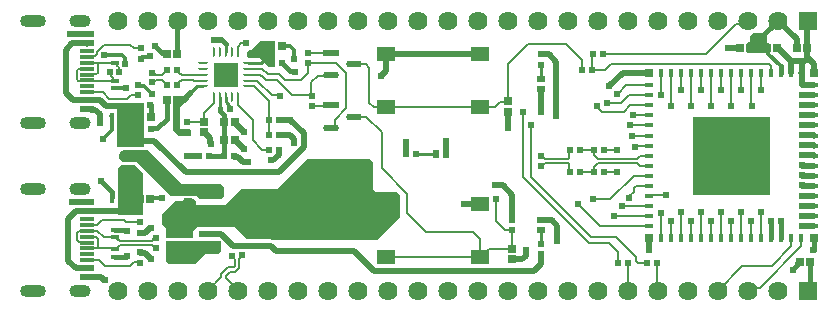
<source format=gtl>
G04*
G04 #@! TF.GenerationSoftware,Altium Limited,Altium Designer,24.9.1 (31)*
G04*
G04 Layer_Physical_Order=1*
G04 Layer_Color=255*
%FSLAX25Y25*%
%MOIN*%
G70*
G04*
G04 #@! TF.SameCoordinates,0C4B9269-15E2-45E3-B218-B4FFBFC8B41E*
G04*
G04*
G04 #@! TF.FilePolarity,Positive*
G04*
G01*
G75*
%ADD14C,0.00600*%
%ADD18R,0.04724X0.04724*%
%ADD19R,0.03150X0.01575*%
%ADD20R,0.01575X0.03150*%
%ADD21R,0.03150X0.03150*%
%ADD22R,0.06102X0.05118*%
G04:AMPARAMS|DCode=23|XSize=53.43mil|YSize=22.53mil|CornerRadius=11.26mil|HoleSize=0mil|Usage=FLASHONLY|Rotation=0.000|XOffset=0mil|YOffset=0mil|HoleType=Round|Shape=RoundedRectangle|*
%AMROUNDEDRECTD23*
21,1,0.05343,0.00000,0,0,0.0*
21,1,0.03091,0.02253,0,0,0.0*
1,1,0.02253,0.01545,0.00000*
1,1,0.02253,-0.01545,0.00000*
1,1,0.02253,-0.01545,0.00000*
1,1,0.02253,0.01545,0.00000*
%
%ADD23ROUNDEDRECTD23*%
%ADD24R,0.05343X0.02253*%
%ADD25R,0.04528X0.02362*%
%ADD26R,0.04528X0.01181*%
%ADD27R,0.00955X0.03306*%
G04:AMPARAMS|DCode=28|XSize=33.06mil|YSize=9.55mil|CornerRadius=4.77mil|HoleSize=0mil|Usage=FLASHONLY|Rotation=270.000|XOffset=0mil|YOffset=0mil|HoleType=Round|Shape=RoundedRectangle|*
%AMROUNDEDRECTD28*
21,1,0.03306,0.00000,0,0,270.0*
21,1,0.02351,0.00955,0,0,270.0*
1,1,0.00955,0.00000,-0.01176*
1,1,0.00955,0.00000,0.01176*
1,1,0.00955,0.00000,0.01176*
1,1,0.00955,0.00000,-0.01176*
%
%ADD28ROUNDEDRECTD28*%
G04:AMPARAMS|DCode=29|XSize=9.55mil|YSize=33.06mil|CornerRadius=4.77mil|HoleSize=0mil|Usage=FLASHONLY|Rotation=270.000|XOffset=0mil|YOffset=0mil|HoleType=Round|Shape=RoundedRectangle|*
%AMROUNDEDRECTD29*
21,1,0.00955,0.02351,0,0,270.0*
21,1,0.00000,0.03306,0,0,270.0*
1,1,0.00955,-0.01176,0.00000*
1,1,0.00955,-0.01176,0.00000*
1,1,0.00955,0.01176,0.00000*
1,1,0.00955,0.01176,0.00000*
%
%ADD29ROUNDEDRECTD29*%
%ADD30R,0.02126X0.02362*%
%ADD31R,0.02362X0.02126*%
G04:AMPARAMS|DCode=32|XSize=23.23mil|YSize=24.02mil|CornerRadius=1.74mil|HoleSize=0mil|Usage=FLASHONLY|Rotation=180.000|XOffset=0mil|YOffset=0mil|HoleType=Round|Shape=RoundedRectangle|*
%AMROUNDEDRECTD32*
21,1,0.02323,0.02053,0,0,180.0*
21,1,0.01974,0.02402,0,0,180.0*
1,1,0.00348,-0.00987,0.01027*
1,1,0.00348,0.00987,0.01027*
1,1,0.00348,0.00987,-0.01027*
1,1,0.00348,-0.00987,-0.01027*
%
%ADD32ROUNDEDRECTD32*%
G04:AMPARAMS|DCode=33|XSize=23.23mil|YSize=24.02mil|CornerRadius=1.74mil|HoleSize=0mil|Usage=FLASHONLY|Rotation=90.000|XOffset=0mil|YOffset=0mil|HoleType=Round|Shape=RoundedRectangle|*
%AMROUNDEDRECTD33*
21,1,0.02323,0.02053,0,0,90.0*
21,1,0.01974,0.02402,0,0,90.0*
1,1,0.00348,0.01027,0.00987*
1,1,0.00348,0.01027,-0.00987*
1,1,0.00348,-0.01027,-0.00987*
1,1,0.00348,-0.01027,0.00987*
%
%ADD33ROUNDEDRECTD33*%
G04:AMPARAMS|DCode=34|XSize=25.2mil|YSize=28.35mil|CornerRadius=3.15mil|HoleSize=0mil|Usage=FLASHONLY|Rotation=180.000|XOffset=0mil|YOffset=0mil|HoleType=Round|Shape=RoundedRectangle|*
%AMROUNDEDRECTD34*
21,1,0.02520,0.02205,0,0,180.0*
21,1,0.01890,0.02835,0,0,180.0*
1,1,0.00630,-0.00945,0.01102*
1,1,0.00630,0.00945,0.01102*
1,1,0.00630,0.00945,-0.01102*
1,1,0.00630,-0.00945,-0.01102*
%
%ADD34ROUNDEDRECTD34*%
G04:AMPARAMS|DCode=35|XSize=25.2mil|YSize=28.35mil|CornerRadius=3.15mil|HoleSize=0mil|Usage=FLASHONLY|Rotation=90.000|XOffset=0mil|YOffset=0mil|HoleType=Round|Shape=RoundedRectangle|*
%AMROUNDEDRECTD35*
21,1,0.02520,0.02205,0,0,90.0*
21,1,0.01890,0.02835,0,0,90.0*
1,1,0.00630,0.01102,0.00945*
1,1,0.00630,0.01102,-0.00945*
1,1,0.00630,-0.01102,-0.00945*
1,1,0.00630,-0.01102,0.00945*
%
%ADD35ROUNDEDRECTD35*%
G04:AMPARAMS|DCode=36|XSize=125.98mil|YSize=68.9mil|CornerRadius=2.07mil|HoleSize=0mil|Usage=FLASHONLY|Rotation=90.000|XOffset=0mil|YOffset=0mil|HoleType=Round|Shape=RoundedRectangle|*
%AMROUNDEDRECTD36*
21,1,0.12598,0.06476,0,0,90.0*
21,1,0.12185,0.06890,0,0,90.0*
1,1,0.00413,0.03238,0.06093*
1,1,0.00413,0.03238,-0.06093*
1,1,0.00413,-0.03238,-0.06093*
1,1,0.00413,-0.03238,0.06093*
%
%ADD36ROUNDEDRECTD36*%
G04:AMPARAMS|DCode=37|XSize=35.43mil|YSize=68.9mil|CornerRadius=1.95mil|HoleSize=0mil|Usage=FLASHONLY|Rotation=90.000|XOffset=0mil|YOffset=0mil|HoleType=Round|Shape=RoundedRectangle|*
%AMROUNDEDRECTD37*
21,1,0.03543,0.06500,0,0,90.0*
21,1,0.03154,0.06890,0,0,90.0*
1,1,0.00390,0.03250,0.01577*
1,1,0.00390,0.03250,-0.01577*
1,1,0.00390,-0.03250,-0.01577*
1,1,0.00390,-0.03250,0.01577*
%
%ADD37ROUNDEDRECTD37*%
%ADD38R,0.01378X0.02559*%
%ADD39R,0.02559X0.01378*%
%ADD44R,0.08071X0.08071*%
G04:AMPARAMS|DCode=55|XSize=39.37mil|YSize=86.61mil|CornerRadius=19.68mil|HoleSize=0mil|Usage=FLASHONLY|Rotation=270.000|XOffset=0mil|YOffset=0mil|HoleType=Round|Shape=RoundedRectangle|*
%AMROUNDEDRECTD55*
21,1,0.03937,0.04724,0,0,270.0*
21,1,0.00000,0.08661,0,0,270.0*
1,1,0.03937,-0.02362,0.00000*
1,1,0.03937,-0.02362,0.00000*
1,1,0.03937,0.02362,0.00000*
1,1,0.03937,0.02362,0.00000*
%
%ADD55ROUNDEDRECTD55*%
G04:AMPARAMS|DCode=56|XSize=39.37mil|YSize=70.87mil|CornerRadius=19.68mil|HoleSize=0mil|Usage=FLASHONLY|Rotation=270.000|XOffset=0mil|YOffset=0mil|HoleType=Round|Shape=RoundedRectangle|*
%AMROUNDEDRECTD56*
21,1,0.03937,0.03150,0,0,270.0*
21,1,0.00000,0.07087,0,0,270.0*
1,1,0.03937,-0.01575,0.00000*
1,1,0.03937,-0.01575,0.00000*
1,1,0.03937,0.01575,0.00000*
1,1,0.03937,0.01575,0.00000*
%
%ADD56ROUNDEDRECTD56*%
%ADD61R,0.01575X0.01575*%
%ADD62C,0.02000*%
%ADD63C,0.01500*%
%ADD64C,0.00603*%
%ADD65C,0.01010*%
%ADD66C,0.01200*%
%ADD67C,0.01001*%
%ADD68R,0.06400X0.06400*%
%ADD69C,0.06400*%
%ADD70R,0.04000X0.04000*%
%ADD71C,0.04000*%
%ADD72C,0.02400*%
G36*
X251400Y90000D02*
Y87800D01*
X251600Y87600D01*
X252065D01*
X252475Y87100D01*
X252459Y87020D01*
Y84815D01*
X252502Y84602D01*
X252100Y84200D01*
X245000D01*
X244512Y84688D01*
X244553Y84898D01*
Y87102D01*
X244512Y87312D01*
X245000Y87800D01*
X245500Y87800D01*
X245800Y88100D01*
X245800Y88176D01*
X245800Y89900D01*
X246800Y90900D01*
X250500D01*
X251400Y90000D01*
D02*
G37*
G36*
X87408Y79700D02*
X85400D01*
X82500Y82600D01*
X78900Y82600D01*
X78208Y82932D01*
Y84600D01*
X78708Y85100D01*
X79308D01*
X82308Y88100D01*
X86208D01*
X86308Y88200D01*
X87408D01*
Y79700D01*
D02*
G37*
G36*
X60000Y71100D02*
Y70400D01*
X57000Y67400D01*
X55900Y66300D01*
X55900Y59200D01*
X56100Y59000D01*
X59200D01*
X59500Y58700D01*
Y57000D01*
X59000Y56500D01*
X55400D01*
X53500Y58400D01*
Y67130D01*
X53553Y67398D01*
Y69602D01*
X54004Y69900D01*
X56700D01*
X58600Y71800D01*
X59300Y71800D01*
X60000Y71100D01*
D02*
G37*
G36*
X43700Y67438D02*
Y66562D01*
Y64208D01*
X43679Y64102D01*
Y61898D01*
X43700Y61792D01*
Y53020D01*
X36600Y53020D01*
X36502Y53000D01*
X34700D01*
Y67500D01*
X43700D01*
Y67438D01*
D02*
G37*
G36*
X252300Y37000D02*
X226700D01*
Y63000D01*
X252300D01*
Y37000D01*
D02*
G37*
G36*
X44800Y52000D02*
X56300Y40500D01*
X62300Y40500D01*
X62600Y40500D01*
X69300D01*
X70300Y39500D01*
Y36500D01*
X69300Y35500D01*
X62500D01*
X61300Y36700D01*
X59775D01*
X59669Y36721D01*
X57464D01*
X57358Y36700D01*
X52700D01*
X41400Y48000D01*
X36500D01*
X35300Y49200D01*
Y50700D01*
X36600Y52000D01*
X44800Y52000D01*
D02*
G37*
G36*
X120000Y48000D02*
Y39000D01*
X121000Y38000D01*
X128000D01*
X129000Y37000D01*
Y29600D01*
X121400Y22000D01*
X86197Y22000D01*
X86000Y22039D01*
X77961D01*
X73700Y26300D01*
X61300Y26300D01*
X60000Y25000D01*
Y22902D01*
X59602Y22553D01*
X57398D01*
X57179Y22510D01*
X57130Y22520D01*
X53870D01*
X53821Y22510D01*
X53602Y22553D01*
X51398D01*
X51000Y22969D01*
Y26000D01*
X49700Y27300D01*
Y30700D01*
X54000Y35000D01*
X56600D01*
X57256Y35656D01*
X57464Y35614D01*
X59669D01*
X60000Y35680D01*
X60320D01*
X61000Y35000D01*
Y33700D01*
X70700D01*
X76000Y39000D01*
X88000D01*
X96000Y47000D01*
X98000Y49000D01*
X119000D01*
X120000Y48000D01*
D02*
G37*
G36*
X36402Y47000D02*
X36500Y46980D01*
X40620D01*
X43500Y44100D01*
Y37070D01*
X43447Y36802D01*
Y34598D01*
X43500Y34330D01*
Y30100D01*
X35000D01*
Y45900D01*
X36100Y47000D01*
X36402D01*
D02*
G37*
G36*
X69300Y21389D02*
Y18100D01*
X68300Y17100D01*
X64100Y17100D01*
X60800Y13800D01*
X52200D01*
X51000Y15000D01*
Y21031D01*
X51398Y21447D01*
X53602D01*
X53870Y21500D01*
X57130D01*
X57398Y21447D01*
X59602D01*
X59870Y21500D01*
X69189D01*
X69300Y21389D01*
D02*
G37*
D14*
X166500Y25049D02*
X166550D01*
X164245D02*
X166500D01*
Y19300D02*
Y25049D01*
X123000Y45800D02*
X131434Y37366D01*
Y30966D02*
Y37366D01*
Y30966D02*
X137930Y24470D01*
X153530D01*
X123000Y45800D02*
Y57800D01*
X134700Y16142D02*
X155650D01*
X153530Y24470D02*
X155650Y22350D01*
Y16142D02*
Y22350D01*
X193589Y35500D02*
X199200D01*
X207007Y43307D01*
X200400Y29800D02*
X200461Y29861D01*
X211884D01*
X211945Y29921D01*
X207764Y14965D02*
Y16236D01*
X192928Y22900D02*
X201100D01*
X207764Y16236D01*
X198900Y20900D02*
X201799Y18001D01*
Y14300D02*
Y18001D01*
X192100Y20900D02*
X198900D01*
X172900Y42928D02*
Y60200D01*
Y42928D02*
X192928Y22900D01*
X199434Y80634D02*
X252042D01*
X197349Y78549D02*
X199434Y80634D01*
X231000Y84000D02*
X240967Y93967D01*
X196701Y84000D02*
X231000D01*
X158832Y18832D02*
X166300D01*
X156142Y16142D02*
X158832Y18832D01*
X63600Y64100D02*
X65400Y65900D01*
X63600Y61332D02*
Y64100D01*
X101700Y76700D02*
X105998D01*
X99550Y74550D02*
X101700Y76700D01*
X99550Y70050D02*
Y74550D01*
X105998Y76700D02*
X106158Y76860D01*
X99550Y70050D02*
X99600Y70001D01*
Y70001D02*
Y70001D01*
X256118Y22559D02*
X256236Y22441D01*
X117800Y63000D02*
X123000Y57800D01*
X124350Y16142D02*
X134700D01*
X113742Y63000D02*
X117800D01*
X85299Y62000D02*
Y68301D01*
X78541Y73063D02*
X80537D01*
X85299Y68301D01*
X240967Y93967D02*
X243967D01*
X252042Y80634D02*
X252761Y79914D01*
Y77687D02*
Y79914D01*
Y77687D02*
X252890Y77559D01*
X243967Y93967D02*
X245000Y95000D01*
X24764Y26929D02*
X28129D01*
X29601Y28401D01*
X24764Y15118D02*
X28782D01*
X78541Y78969D02*
X83251D01*
X82392Y77000D02*
X83300Y76091D01*
X78541Y75032D02*
X81468D01*
X78541Y77000D02*
X82392D01*
X76091Y87491D02*
X77891D01*
X74937Y86337D02*
X76091Y87491D01*
X74937Y85694D02*
Y86337D01*
Y66963D02*
Y69459D01*
X67063Y67563D02*
Y69459D01*
X65400Y65900D02*
X67063Y67563D01*
X24764Y71102D02*
X29963D01*
X28128Y83836D02*
Y84628D01*
X30500Y87000D01*
X24854Y83004D02*
X26926D01*
X24764Y82913D02*
X24854Y83004D01*
X27483Y83191D02*
X28128Y83836D01*
X27113Y83191D02*
X27483D01*
X26926Y83004D02*
X27113Y83191D01*
X203100Y33200D02*
X203134Y33234D01*
X170200Y42800D02*
Y64500D01*
Y42800D02*
X192100Y20900D01*
X160993Y28301D02*
Y35578D01*
Y28301D02*
X164245Y25049D01*
X98286Y77496D02*
Y81385D01*
X90755Y75200D02*
X95990D01*
X98286Y77496D01*
X83251Y78969D02*
X85120Y77100D01*
X88855D02*
X90755Y75200D01*
X85120Y77100D02*
X88855D01*
X93027Y70100D02*
X99501D01*
X84291Y75100D02*
X88027D01*
X93027Y70100D01*
X107665Y80935D02*
X111227Y77373D01*
X98365Y80935D02*
X107665D01*
X98369Y84340D02*
X106158D01*
X40299Y85701D02*
X42800D01*
X39000Y87000D02*
X40299Y85701D01*
X30500Y87000D02*
X39000D01*
X32065Y69000D02*
X38218D01*
X39418Y70199D01*
X41800D01*
X29963Y71102D02*
X32065Y69000D01*
X207500Y53000D02*
X207673Y53173D01*
X211772D02*
X211945Y53347D01*
X207673Y53173D02*
X211772D01*
X207053Y37932D02*
Y39254D01*
X205500Y36000D02*
Y36379D01*
X207053Y39254D02*
X207761Y39961D01*
X205500Y36379D02*
X207053Y37932D01*
X41906Y14405D02*
X42200Y14699D01*
X39100Y13100D02*
X40405Y14405D01*
X32100Y13100D02*
X39100D01*
X40405Y14405D02*
X41906D01*
X111227Y65744D02*
Y77373D01*
X107369Y59838D02*
Y61886D01*
X111227Y65744D01*
X106258Y59260D02*
X106790D01*
X107369Y59838D01*
X77891Y87491D02*
X77900Y87500D01*
X81468Y75032D02*
X86300Y70200D01*
X88800D01*
X89000Y70000D01*
X85299Y57000D02*
Y62000D01*
X205000Y5000D02*
X205201Y5201D01*
Y14300D01*
X242847Y22438D02*
Y31294D01*
X246197Y22441D02*
Y28077D01*
X214701Y5299D02*
X215000Y5000D01*
X214701Y5299D02*
Y14000D01*
X208528Y14200D02*
X211499D01*
X207764Y14965D02*
X208528Y14200D01*
X83200Y52000D02*
X85299D01*
X74937Y66963D02*
X76400Y65500D01*
X80100Y55100D02*
Y61800D01*
Y55100D02*
X83200Y52000D01*
X76400Y65500D02*
X80100Y61800D01*
X99201Y66500D02*
Y66701D01*
X106138Y66620D02*
X106258Y66740D01*
X99764Y66620D02*
X106138D01*
X99201Y66701D02*
X99500Y67000D01*
Y66884D02*
X99764Y66620D01*
X99500Y66884D02*
Y67000D01*
X28782Y15118D02*
X30800Y13100D01*
X32100D01*
X37699Y27701D02*
X42500D01*
X36999Y28401D02*
X37699Y27701D01*
X29601Y28401D02*
X36999D01*
X58100Y61301D02*
X58116Y61317D01*
X63584D01*
X63600Y61332D01*
X118900Y67600D02*
X120358Y66142D01*
X155650D01*
X118900Y67600D02*
Y79300D01*
X184400Y87100D02*
X189799Y81701D01*
Y78500D02*
Y81701D01*
X165200Y80700D02*
X171600Y87100D01*
X165200Y68132D02*
Y80700D01*
X171600Y87100D02*
X184400D01*
X164893Y67826D02*
X165200Y68132D01*
X155650Y66142D02*
X160599D01*
X162283Y67826D01*
X164893D01*
X113642Y80600D02*
Y80742D01*
X113800Y80900D01*
X114314Y80386D02*
X117814D01*
X118900Y79300D01*
X113800Y80900D02*
X114314Y80386D01*
X188500Y33800D02*
Y33900D01*
Y33800D02*
X195725Y26575D01*
X211945D01*
X212088Y36757D02*
X217557D01*
X211945Y36614D02*
X212088Y36757D01*
X217557D02*
X217700Y36900D01*
X259583Y19778D02*
Y22441D01*
X243200Y13200D02*
X253005D01*
X259583Y19778D01*
X235000Y5000D02*
X243200Y13200D01*
X249540Y22438D02*
Y31294D01*
X239504Y22441D02*
Y28077D01*
X236154Y31294D02*
Y32000D01*
Y22438D02*
Y31294D01*
X232811Y22441D02*
Y28077D01*
X229461Y22438D02*
Y31294D01*
X226118Y22441D02*
Y28077D01*
X222768Y22438D02*
Y31294D01*
X219425Y22441D02*
Y28077D01*
X216076Y22438D02*
Y30924D01*
X216000Y31000D02*
X216076Y30924D01*
X203134Y33234D02*
X211098D01*
X211132Y33268D01*
X207761Y39961D02*
X211945D01*
X207007Y43307D02*
X211945D01*
X206504Y56696D02*
X211941D01*
X206500Y56700D02*
X206504Y56696D01*
X211941D02*
X211945Y56693D01*
X205600Y60200D02*
X205730Y60070D01*
X211915D01*
X211945Y60039D01*
X206900Y63400D02*
X206907Y63393D01*
X211938D01*
X211945Y63386D01*
X194600Y66321D02*
X196321Y64600D01*
X203700D01*
X205832Y66732D01*
X194600Y66321D02*
Y66700D01*
X211032Y66732D02*
X211100Y66800D01*
X211877D01*
X211945Y66732D01*
X205832D02*
X211032D01*
X205379Y70079D02*
X211945D01*
X198200Y67600D02*
X202900D01*
X205379Y70079D01*
X204525Y73425D02*
X211945D01*
X201439Y70632D02*
X201732D01*
X204525Y73425D01*
X216079Y77559D02*
X216139Y77498D01*
Y70161D02*
X216200Y70100D01*
X216139Y70161D02*
Y77498D01*
X219463Y66537D02*
Y77522D01*
Y66537D02*
X219500Y66500D01*
X219428Y77556D02*
X219463Y77522D01*
X222772Y71917D02*
Y77553D01*
X226121Y77556D02*
X226155Y77522D01*
Y66537D02*
Y77522D01*
Y66537D02*
X226193Y66500D01*
X229465Y71917D02*
Y77559D01*
X232848Y66537D02*
X232886Y66500D01*
X232848Y66537D02*
Y77522D01*
X232811Y77559D02*
X232848Y77522D01*
X236157Y71917D02*
Y77559D01*
X239541Y66537D02*
X239579Y66500D01*
X239541Y66537D02*
Y77522D01*
X239504Y77559D02*
X239541Y77522D01*
X242850Y71917D02*
Y77559D01*
X246197D02*
X246234Y77522D01*
Y66537D02*
Y77522D01*
Y66537D02*
X246272Y66500D01*
X249543Y71917D02*
Y77559D01*
X193299Y84000D02*
X193500D01*
X193250Y78549D02*
Y83750D01*
X193201Y78500D02*
X193250Y78549D01*
X197349D01*
X193250Y83750D02*
X193500Y84000D01*
X267024Y26614D02*
X267060Y26578D01*
X263000Y26654D02*
X263039Y26614D01*
X83300Y76091D02*
X84291Y75100D01*
X262929Y19829D02*
Y22441D01*
X249133Y6033D02*
X262929Y19829D01*
X246033Y6033D02*
X249133D01*
X245000Y5000D02*
X246033Y6033D01*
X70568Y55300D02*
X70600D01*
X70399Y49800D02*
X70400D01*
X70483Y49883D01*
Y55216D02*
X70568Y55300D01*
D18*
X246000Y50000D02*
D03*
Y43504D02*
D03*
X239504D02*
D03*
X233008D02*
D03*
Y50000D02*
D03*
Y56496D02*
D03*
X239504D02*
D03*
Y50000D02*
D03*
D19*
X267063Y73425D02*
D03*
Y70079D02*
D03*
Y66732D02*
D03*
Y63386D02*
D03*
Y60039D02*
D03*
Y56693D02*
D03*
Y53347D02*
D03*
Y50000D02*
D03*
Y46654D02*
D03*
Y43307D02*
D03*
Y39961D02*
D03*
Y36614D02*
D03*
Y33268D02*
D03*
Y29921D02*
D03*
Y26575D02*
D03*
X211945D02*
D03*
Y29921D02*
D03*
Y33268D02*
D03*
Y36614D02*
D03*
Y39961D02*
D03*
Y43307D02*
D03*
Y46654D02*
D03*
Y50000D02*
D03*
Y53347D02*
D03*
Y56693D02*
D03*
Y60039D02*
D03*
Y63386D02*
D03*
Y66732D02*
D03*
Y70079D02*
D03*
Y73425D02*
D03*
D20*
X262929Y22441D02*
D03*
X259583D02*
D03*
X256236D02*
D03*
X252890D02*
D03*
X249543D02*
D03*
X246197D02*
D03*
X242850D02*
D03*
X239504D02*
D03*
X236157D02*
D03*
X232811D02*
D03*
X229465D02*
D03*
X226118D02*
D03*
X222772D02*
D03*
X219425D02*
D03*
X216079D02*
D03*
Y77559D02*
D03*
X219425D02*
D03*
X222772D02*
D03*
X226118D02*
D03*
X229465D02*
D03*
X232811D02*
D03*
X236157D02*
D03*
X239504D02*
D03*
X242850D02*
D03*
X246197D02*
D03*
X249543D02*
D03*
X252890D02*
D03*
X256236D02*
D03*
X259583D02*
D03*
X262929D02*
D03*
D21*
X211945Y22441D02*
D03*
X267063D02*
D03*
X211945Y77559D02*
D03*
X267063D02*
D03*
D22*
X124350Y83858D02*
D03*
X155650D02*
D03*
X124350Y66142D02*
D03*
X155650D02*
D03*
X124350Y33858D02*
D03*
X155650D02*
D03*
X124350Y16142D02*
D03*
X155650D02*
D03*
D23*
X113742Y63000D02*
D03*
X106258Y59260D02*
D03*
X113642Y80600D02*
D03*
X106158Y76860D02*
D03*
D24*
X106258Y66740D02*
D03*
X106158Y84340D02*
D03*
D25*
X24764Y65394D02*
D03*
Y90591D02*
D03*
Y87441D02*
D03*
Y68543D02*
D03*
Y9409D02*
D03*
Y34606D02*
D03*
Y31457D02*
D03*
Y12559D02*
D03*
D26*
Y71102D02*
D03*
Y73071D02*
D03*
Y75039D02*
D03*
Y77008D02*
D03*
Y78976D02*
D03*
Y80945D02*
D03*
Y82913D02*
D03*
Y84882D02*
D03*
Y15118D02*
D03*
Y17087D02*
D03*
Y19055D02*
D03*
Y21024D02*
D03*
Y22992D02*
D03*
Y24961D02*
D03*
Y26929D02*
D03*
Y28898D02*
D03*
D27*
X74937Y84541D02*
D03*
D28*
X72969D02*
D03*
X71000D02*
D03*
X69032D02*
D03*
X67063D02*
D03*
Y69459D02*
D03*
X69032D02*
D03*
X71000D02*
D03*
X72969D02*
D03*
X74937D02*
D03*
D29*
X63459Y80937D02*
D03*
Y78969D02*
D03*
Y77000D02*
D03*
Y75032D02*
D03*
Y73063D02*
D03*
X78541D02*
D03*
Y75032D02*
D03*
Y77000D02*
D03*
Y78969D02*
D03*
Y80937D02*
D03*
D30*
X62099Y49800D02*
D03*
X65501D02*
D03*
X73801D02*
D03*
X70399D02*
D03*
X89663Y80972D02*
D03*
X86261D02*
D03*
X196701Y84000D02*
D03*
X193299D02*
D03*
X51299Y73500D02*
D03*
X54701D02*
D03*
X51299Y78500D02*
D03*
X54701D02*
D03*
X189799D02*
D03*
X193201D02*
D03*
X211499Y14200D02*
D03*
X214901D02*
D03*
X201799Y14300D02*
D03*
X205201D02*
D03*
X85299Y52000D02*
D03*
X88701D02*
D03*
X85299Y62000D02*
D03*
X88701D02*
D03*
Y57000D02*
D03*
X85299D02*
D03*
X193799Y52000D02*
D03*
X197201D02*
D03*
X193799Y44500D02*
D03*
X197201D02*
D03*
X189201Y52000D02*
D03*
X185799D02*
D03*
X189201Y44500D02*
D03*
X185799D02*
D03*
X134416Y50400D02*
D03*
X131015D02*
D03*
D31*
X166550Y25049D02*
D03*
Y28451D02*
D03*
X58100Y57899D02*
D03*
Y61301D02*
D03*
X176000Y80299D02*
D03*
Y83701D02*
D03*
Y20501D02*
D03*
Y17099D02*
D03*
X41800Y70199D02*
D03*
Y73601D02*
D03*
X42800Y85701D02*
D03*
Y82299D02*
D03*
X99600Y70001D02*
D03*
Y66599D02*
D03*
X42500Y14299D02*
D03*
Y17701D02*
D03*
Y27701D02*
D03*
Y24299D02*
D03*
X98365Y80935D02*
D03*
Y84336D02*
D03*
D32*
X144449Y50400D02*
D03*
X141182D02*
D03*
D33*
X176000Y75634D02*
D03*
Y72366D02*
D03*
Y28434D02*
D03*
Y25166D02*
D03*
D34*
X251280Y85917D02*
D03*
X254745D02*
D03*
X245732Y86000D02*
D03*
X242268D02*
D03*
X70568Y61100D02*
D03*
X74032D02*
D03*
X70568Y55300D02*
D03*
X74032D02*
D03*
X54732Y68500D02*
D03*
X51268D02*
D03*
X86230Y86472D02*
D03*
X89694D02*
D03*
X42500Y63000D02*
D03*
X45965D02*
D03*
X42268Y35700D02*
D03*
X45732D02*
D03*
X261268Y86000D02*
D03*
X264732D02*
D03*
X265832Y14500D02*
D03*
X262368D02*
D03*
X54732Y84000D02*
D03*
X51268D02*
D03*
D35*
X63600Y61332D02*
D03*
Y57868D02*
D03*
X166300Y18832D02*
D03*
Y15368D02*
D03*
X165200Y64668D02*
D03*
Y68132D02*
D03*
X58566Y37900D02*
D03*
Y34435D02*
D03*
X58500Y20268D02*
D03*
Y23732D02*
D03*
X52500Y20268D02*
D03*
Y23732D02*
D03*
D36*
X90303Y29000D02*
D03*
D37*
X65697Y19945D02*
D03*
Y29000D02*
D03*
Y38055D02*
D03*
D38*
X32953Y62900D02*
D03*
X35512D02*
D03*
X33161Y35700D02*
D03*
X35720D02*
D03*
D39*
X34050Y83466D02*
D03*
Y80907D02*
D03*
X34184Y72430D02*
D03*
Y74989D02*
D03*
X34000Y25280D02*
D03*
Y22720D02*
D03*
Y16220D02*
D03*
Y18779D02*
D03*
D44*
X71000Y77000D02*
D03*
D55*
X6752Y95000D02*
D03*
Y60984D02*
D03*
Y39016D02*
D03*
Y5000D02*
D03*
D56*
X22500Y95000D02*
D03*
Y60984D02*
D03*
Y39016D02*
D03*
Y5000D02*
D03*
D61*
X246000Y56496D02*
D03*
D62*
X62099Y49800D02*
Y49861D01*
X58077Y49924D02*
X62036D01*
X58000Y50000D02*
X58077Y49924D01*
X62036D02*
X62099Y49861D01*
X74292Y54883D02*
X74417D01*
X77200Y52100D01*
X74032Y55142D02*
Y55268D01*
Y55142D02*
X74292Y54883D01*
Y60683D02*
X74417D01*
X74032Y60943D02*
X74292Y60683D01*
X74417D02*
X77100Y58000D01*
X74032Y60943D02*
Y61068D01*
X131000Y54600D02*
X131007Y54593D01*
Y50407D02*
Y54593D01*
Y50407D02*
X131015Y50400D01*
X113753Y18300D02*
X120471Y11583D01*
X24764Y31457D02*
X30000D01*
X37157D01*
X120471Y11583D02*
X173683D01*
X86000Y20000D02*
X87700Y18300D01*
X113753D01*
X73572Y20000D02*
X86000D01*
X69573Y24000D02*
X73572Y20000D01*
X63108Y24000D02*
X69573D01*
X238500Y86000D02*
X242268D01*
X264732Y94732D02*
X265000Y95000D01*
X264732Y82248D02*
Y94732D01*
X261266Y86001D02*
X261268Y86000D01*
X255000Y95000D02*
X261266Y88734D01*
Y86001D02*
Y88734D01*
X262268Y14343D02*
Y14500D01*
X30000Y8992D02*
X30592Y8400D01*
X259541Y81500D02*
X262965D01*
X29582Y9409D02*
X30000Y8992D01*
X262965Y81500D02*
X263984D01*
X57600Y44401D02*
X88626D01*
X47000Y55000D02*
X57600Y44401D01*
X19896Y34606D02*
X24764D01*
X30592Y8400D02*
X30700D01*
X24764Y9409D02*
X29582D01*
X73801Y49682D02*
X73864Y49619D01*
X76798Y47976D02*
X78424D01*
X73801Y49682D02*
Y49800D01*
X73864Y49619D02*
X75156D01*
X76798Y47976D01*
X78424D02*
X78500Y47900D01*
X124209Y34000D02*
X124350Y33858D01*
X118000Y34000D02*
X124209D01*
X88626Y44401D02*
X97000Y52775D01*
Y57400D01*
X38400Y32700D02*
Y35700D01*
X37157Y31457D02*
X38400Y32700D01*
X37500Y40500D02*
X38400Y39600D01*
Y35700D02*
Y39600D01*
X37500Y40500D02*
Y45000D01*
X255500Y85500D02*
X259521Y81479D01*
X254944Y85560D02*
X255005Y85500D01*
X254944Y85560D02*
Y85718D01*
X255005Y85500D02*
X255500D01*
X21116Y31416D02*
X24724D01*
X18500Y28800D02*
X21116Y31416D01*
X18500Y15018D02*
Y28800D01*
X20959Y12559D02*
X24764D01*
X18500Y15018D02*
X20959Y12559D01*
X24724Y31416D02*
X24764Y31457D01*
X31000Y66500D02*
X32000D01*
X26028Y65213D02*
X27495D01*
X24764Y65394D02*
X25846D01*
X28957Y68543D02*
X31000Y66500D01*
X25846Y65394D02*
X26028Y65213D01*
X19794Y87441D02*
X24764D01*
X19133Y90554D02*
X24929D01*
X19096Y90517D02*
X19133Y90554D01*
X24700Y87300D02*
Y87377D01*
X24764Y87441D01*
X24892Y90591D02*
X24929Y90554D01*
X27495Y65213D02*
X29000Y63708D01*
Y61000D02*
Y63708D01*
X17651Y85299D02*
X19794Y87441D01*
X17651Y71014D02*
X20122Y68543D01*
X28957D01*
X17651Y71014D02*
Y85299D01*
X58550Y28950D02*
X65647D01*
X65697Y29000D01*
X58500Y20008D02*
X58598Y20106D01*
X58500Y15500D02*
Y20008D01*
X52500Y15500D02*
X58500D01*
X52500D02*
Y20268D01*
X90303Y31555D02*
X92748Y34000D01*
X90303Y29000D02*
Y31555D01*
X92748Y34000D02*
X98000D01*
X144449Y50400D02*
X144475Y50425D01*
Y54975D01*
X144500Y55000D01*
X160600Y40200D02*
X160677Y40124D01*
X163302D02*
X166550Y36876D01*
X160677Y40124D02*
X163302D01*
X171124Y16563D02*
Y18523D01*
X169928Y15368D02*
X171124Y16563D01*
Y18523D02*
X171200Y18600D01*
X166300Y15368D02*
X169928D01*
X176000Y13900D02*
Y17099D01*
X173683Y11583D02*
X176000Y13900D01*
Y28434D02*
X179666D01*
X181400Y26700D01*
Y21708D02*
Y26700D01*
X178699Y83701D02*
X181200Y81200D01*
X176000Y83701D02*
X178699D01*
X181200Y63300D02*
Y81200D01*
X176000Y64500D02*
Y72366D01*
X150429Y33829D02*
X155621D01*
X150400Y33800D02*
X150429Y33829D01*
X155621D02*
X155650Y33858D01*
X166550Y28451D02*
Y36876D01*
X43000Y50000D02*
X55100Y37900D01*
X58566D02*
X65542D01*
X55100D02*
X58566D01*
X37500Y50000D02*
X43000D01*
X37500Y55000D02*
X47000D01*
X32000Y66500D02*
X37623D01*
X38794Y62950D02*
Y65328D01*
X37623Y66500D02*
X38794Y65328D01*
X35954Y62950D02*
X38474D01*
X38794Y60294D02*
Y62950D01*
X37500Y59000D02*
X38794Y60294D01*
X37500Y55000D02*
Y59000D01*
X38794Y62950D02*
X42450D01*
X42500Y63000D01*
X58566Y29175D02*
Y34435D01*
X58400Y28900D02*
Y29008D01*
X58566Y29175D01*
X259521Y81479D02*
X259541Y81500D01*
X262965Y77524D02*
Y80914D01*
X259541Y77559D02*
Y81459D01*
X165200Y64600D02*
X165268Y64668D01*
X58500Y29000D02*
X58550Y28950D01*
X42319Y24362D02*
X44254D01*
X65542Y37900D02*
X65697Y38055D01*
X92400Y62000D02*
X97000Y57400D01*
X88638Y50266D02*
Y51937D01*
X86177Y48476D02*
X86848D01*
X88638Y51937D02*
X88701Y52000D01*
X86848Y48476D02*
X88638Y50266D01*
X86100Y48400D02*
X86177Y48476D01*
X65924Y54076D02*
Y55702D01*
X63600Y57868D02*
X63757D01*
X65924Y55702D01*
Y54076D02*
X66000Y54000D01*
X264992Y82508D02*
X267000Y80500D01*
Y77622D02*
X267063Y77559D01*
X267000Y77622D02*
Y80500D01*
X267024Y70118D02*
X267060Y70082D01*
X267024Y73465D02*
X267060Y73428D01*
X267024Y66772D02*
X267060Y66735D01*
X263984Y81500D02*
X264992Y82508D01*
X263039Y73465D02*
X267024D01*
X262965Y73539D02*
Y77524D01*
Y73539D02*
X263039Y73465D01*
Y70118D02*
X267024D01*
X263039Y66772D02*
X267024D01*
X263000Y70157D02*
X263039Y70118D01*
X263000Y66811D02*
X263039Y66772D01*
X267024Y60079D02*
X267060Y60043D01*
X267024Y63425D02*
X267060Y63389D01*
X267024Y56732D02*
X267060Y56696D01*
X267024Y50039D02*
X267060Y50003D01*
X267024Y53386D02*
X267060Y53350D01*
X263039Y53386D02*
X267024D01*
X263039Y50039D02*
X267024D01*
X263039Y63425D02*
X267024D01*
X263039Y60079D02*
X267024D01*
X263000Y63465D02*
X263039Y63425D01*
X263000Y60118D02*
X263039Y60079D01*
Y56732D02*
X267024D01*
X263000Y53425D02*
X263039Y53386D01*
X263000Y56772D02*
X263039Y56732D01*
X263000Y50079D02*
X263039Y50039D01*
X262929Y77559D02*
X262965Y77524D01*
X155650Y83858D02*
X155758D01*
X198900Y73100D02*
X203359Y77559D01*
X211945D01*
X155758Y83858D02*
X155800Y83900D01*
X246000Y56496D02*
X251004D01*
X239504D02*
Y61500D01*
X228000Y56500D02*
X228004Y56496D01*
X233008D01*
X246000Y50000D02*
X251004D01*
X165268Y64668D02*
X165300Y64700D01*
X165200Y64668D02*
X165268D01*
X165200Y59200D02*
Y64600D01*
X267024Y40000D02*
X267060Y39964D01*
X267024Y43347D02*
X267060Y43310D01*
X267024Y46693D02*
X267060Y46657D01*
X263039Y40000D02*
X267024D01*
Y33307D02*
X267060Y33271D01*
X267024Y36654D02*
X267060Y36617D01*
X263039Y36654D02*
X267024D01*
X263039Y33307D02*
X267024D01*
X263039Y46693D02*
X267024D01*
X263039Y43347D02*
X267024D01*
X263000Y46732D02*
X263039Y46693D01*
X263000Y43386D02*
X263039Y43347D01*
X263000Y36693D02*
X263039Y36654D01*
X263000Y40039D02*
X263039Y40000D01*
X263000Y33347D02*
X263039Y33307D01*
X267024Y29961D02*
X267060Y29924D01*
X263039Y29961D02*
X267024D01*
X263039Y26614D02*
X267024D01*
X263000Y30000D02*
X263039Y29961D01*
X262008Y14083D02*
X262268Y14343D01*
X261850Y14083D02*
X262008D01*
X246000Y43504D02*
X251004D01*
X239504Y38500D02*
Y43504D01*
X228004Y50000D02*
X233008D01*
X228004Y43504D02*
X233008D01*
X212000Y18500D02*
Y22386D01*
X124350Y83858D02*
X155650D01*
X124300Y83808D02*
X124350Y83858D01*
X124300Y78308D02*
Y83808D01*
X122600Y76608D02*
X124300Y78308D01*
X67000Y88500D02*
X69828D01*
X88701Y56982D02*
Y57000D01*
X88764Y56919D02*
X92428D01*
X88701Y56982D02*
X88764Y56919D01*
X92428D02*
X93723Y55624D01*
Y54176D02*
X93800Y54100D01*
X93723Y54176D02*
Y55624D01*
X58450Y23782D02*
Y28850D01*
X58400Y28900D02*
X58450Y28850D01*
Y23782D02*
X58500Y23732D01*
X55076Y28923D02*
X58376D01*
X58400Y28900D01*
X53600Y29000D02*
X55000D01*
X51000D02*
X53600D01*
X55000D02*
X55076Y28923D01*
X52500Y23732D02*
Y27900D01*
X53600Y29000D01*
X45892Y26000D02*
X46000D01*
X44254Y24362D02*
X45892Y26000D01*
X42563Y17638D02*
X44234D01*
X42500Y17701D02*
X42563Y17638D01*
X45924Y15576D02*
Y15948D01*
Y15576D02*
X46000Y15500D01*
X44234Y17638D02*
X45924Y15948D01*
X88701Y62000D02*
X92400D01*
X58598Y20106D02*
X65535D01*
X65697Y19945D01*
D63*
X54732Y58778D02*
Y68500D01*
Y58778D02*
X55611Y57899D01*
X58100D01*
X89976Y80541D02*
X90094D01*
X92463Y78172D01*
X89726Y80791D02*
Y80909D01*
X93828Y78172D02*
X94000Y78000D01*
X89726Y80791D02*
X89976Y80541D01*
X92463Y78172D02*
X93828D01*
X30000Y41000D02*
X33161Y37839D01*
X29500Y41500D02*
X30000Y41000D01*
X33161Y36230D02*
Y37839D01*
X265832Y5832D02*
Y14500D01*
X265000Y5000D02*
X265832Y5832D01*
X250000Y89500D02*
X250172Y89672D01*
Y90172D01*
X255000Y95000D01*
X250000Y87355D02*
X251370Y85986D01*
X245732Y86000D02*
Y86158D01*
X247050Y87475D02*
Y88607D01*
X247500Y89056D02*
Y89300D01*
X245732Y86158D02*
X247050Y87475D01*
Y88607D02*
X247500Y89056D01*
X70311Y61357D02*
X70568Y61100D01*
X69032Y64797D02*
Y65900D01*
X70311Y61357D02*
Y63517D01*
X69032Y64797D02*
X70311Y63517D01*
X256199Y77596D02*
Y79701D01*
Y77596D02*
X256236Y77559D01*
X38400Y35700D02*
X42268D01*
X35900D02*
X38400D01*
X250000Y87355D02*
Y89500D01*
X45900Y67000D02*
X45932Y66968D01*
Y63032D02*
Y66968D01*
Y63032D02*
X45965Y63000D01*
X266932Y22309D02*
X267063Y22441D01*
X266800Y18400D02*
X266932Y18531D01*
Y22309D01*
X46172Y59172D02*
X48172D01*
X46000Y59000D02*
X46172Y59172D01*
X48172D02*
X51268Y62268D01*
Y68500D01*
X70568Y55332D02*
Y61257D01*
X54732Y68651D02*
X56944D01*
X54732Y68500D02*
Y68651D01*
Y84000D02*
Y94732D01*
X55000Y95000D01*
X261850Y13925D02*
Y14083D01*
X260000Y12075D02*
X261850Y13925D01*
X256239Y22444D02*
Y28080D01*
X252893Y22444D02*
Y28080D01*
X260000Y12000D02*
Y12075D01*
X69828Y88500D02*
X71000Y87328D01*
X50268Y84000D02*
X51268D01*
X47543Y86400D02*
X49837Y84106D01*
X50161D02*
X50268Y84000D01*
X49837Y84106D02*
X50161D01*
X47300Y86400D02*
X47543D01*
X37612Y25280D02*
X37892Y25000D01*
X34000Y25280D02*
X37612D01*
X37892Y25000D02*
X38000D01*
X34896Y16220D02*
X37721D01*
X38000Y16500D01*
X34000Y16220D02*
X34896D01*
X34896Y16220D01*
X70483Y49883D02*
Y55216D01*
X65501Y49800D02*
X70399D01*
X56944Y68651D02*
X58700Y70407D01*
D64*
X75403Y12486D02*
Y15548D01*
X72311Y11311D02*
X74228D01*
X71730Y12714D02*
X73647D01*
X74000Y13067D02*
Y15448D01*
X74228Y11311D02*
X75403Y12486D01*
X73647Y12714D02*
X74000Y13067D01*
X69548Y10532D02*
X71730Y12714D01*
X65000Y5000D02*
X69548Y9548D01*
Y10532D01*
X70951Y9049D02*
Y9951D01*
X72311Y11311D01*
X70951Y9049D02*
X75000Y5000D01*
X76500Y16645D02*
Y16800D01*
X73100Y16348D02*
Y16700D01*
Y16348D02*
X74000Y15448D01*
X75403Y15548D02*
X76500Y16645D01*
X28389Y19106D02*
Y22273D01*
X24764Y22992D02*
X27670D01*
X24764Y24961D02*
X28039D01*
X24522Y21266D02*
X24764Y21024D01*
X24522Y24719D02*
X24764Y24961D01*
X27670Y22992D02*
X28389Y22273D01*
X22078Y21266D02*
X24522D01*
X21398Y21945D02*
Y24039D01*
X22078Y24719D02*
X22689D01*
X21398Y24039D02*
X22078Y24719D01*
X22692Y24716D02*
X23908D01*
X22689Y24719D02*
X22692Y24716D01*
X21398Y21945D02*
X22078Y21266D01*
X23908Y24716D02*
X23911Y24719D01*
X24522D01*
X60568Y75032D02*
X63459D01*
X60533Y76933D02*
X63391D01*
X63459Y77000D01*
X28478Y77617D02*
Y80847D01*
X24789Y75039D02*
X24814Y75014D01*
X21309Y75620D02*
X21914Y75014D01*
X24764Y77008D02*
X24810Y77054D01*
X21914Y75014D02*
X24738D01*
X21309Y75620D02*
Y78309D01*
X24687Y78900D02*
X24764Y78976D01*
X24738Y75014D02*
X24764Y75039D01*
X21900Y78900D02*
X24687D01*
X21309Y78309D02*
X21900Y78900D01*
X24764Y80945D02*
X24862Y80847D01*
X24810Y77054D02*
X27915D01*
X24862Y80847D02*
X28478D01*
X27915Y77054D02*
X28478Y77617D01*
X189201Y44500D02*
X193799D01*
X189201Y52000D02*
X193799D01*
X34050Y80907D02*
X34542D01*
X34930Y80028D02*
Y80520D01*
X35387Y78122D02*
Y79570D01*
X34542Y80907D02*
X34930Y80520D01*
Y80028D02*
X35387Y79570D01*
Y78122D02*
X35548Y77961D01*
X33304Y75376D02*
X33667Y75014D01*
X32635Y76477D02*
X33304Y75808D01*
X32348Y77961D02*
X32635Y77675D01*
X33667Y75014D02*
X34098D01*
X33304Y75376D02*
Y75808D01*
X32635Y76477D02*
Y77675D01*
X46500Y74400D02*
X46986D01*
X47686Y75100D01*
X49817D01*
X51299Y73500D02*
Y73618D01*
X49817Y75100D02*
X51299Y73618D01*
X56499Y76701D02*
X60302D01*
X60533Y76933D01*
X54701Y78382D02*
Y78500D01*
Y78382D02*
X55462Y77620D01*
X55580D02*
X56499Y76701D01*
X55462Y77620D02*
X55580D01*
X56432Y75231D02*
X60369D01*
X55580Y74380D02*
X56432Y75231D01*
X60369D02*
X60568Y75032D01*
X54701Y73500D02*
Y73618D01*
X55462Y74380D01*
X55580D01*
X208000Y47597D02*
X208944Y46654D01*
X211945D01*
X193799Y44500D02*
Y46308D01*
X195088Y47597D02*
X208000D01*
X193799Y46308D02*
X195088Y47597D01*
X195000Y49000D02*
X208000D01*
X209000Y50000D01*
X193799Y50201D02*
X195000Y49000D01*
X209000Y50000D02*
X211945D01*
X193799Y50201D02*
Y52000D01*
X197201Y44599D02*
X201500D01*
X197200Y44600D02*
X197201Y44599D01*
Y44500D02*
Y44599D01*
Y52000D02*
X201500D01*
X177452Y47598D02*
X185093D01*
X185446Y47245D01*
X176553Y46700D02*
X177452Y47598D01*
X185446Y44853D02*
X185799Y44500D01*
X185446Y44853D02*
Y47245D01*
X176200Y46700D02*
X176553D01*
X46481Y20097D02*
X47375Y19203D01*
X35810Y20097D02*
X46481D01*
X47375Y19203D02*
X47733D01*
X34492Y18779D02*
X35810Y20097D01*
X33724Y19055D02*
X34000Y18779D01*
X24764Y19055D02*
X33724D01*
X185446Y51647D02*
X185799Y52000D01*
X185446Y49355D02*
Y51647D01*
X185093Y49002D02*
X185446Y49355D01*
X177452Y49002D02*
X185093D01*
X176200Y49900D02*
X176553D01*
X177452Y49002D01*
X47248Y22400D02*
X47600D01*
X46348Y21500D02*
X47248Y22400D01*
X35684Y21500D02*
X46348D01*
X34880Y22304D02*
X35684Y21500D01*
X28039Y24961D02*
X30279Y22720D01*
X34000D01*
X34492D01*
X34880Y22333D01*
Y22304D02*
Y22333D01*
X51299Y78382D02*
Y78500D01*
X46500Y77600D02*
X46986D01*
X47686Y76900D02*
X49817D01*
X46986Y77600D02*
X47686Y76900D01*
X49817D02*
X51299Y78382D01*
X24814Y75014D02*
X34098D01*
X33990Y80847D02*
X34050Y80907D01*
X28478Y80847D02*
X33990D01*
D65*
X69032Y65900D02*
Y69459D01*
X82837Y80937D02*
X83500Y81600D01*
X78541Y80937D02*
X82837D01*
X83500Y81600D02*
X85703D01*
X86261Y80972D02*
Y81042D01*
X85703Y81600D02*
X86261Y81042D01*
X81972Y86472D02*
X83500D01*
X79400Y83900D02*
X81972Y86472D01*
X83500D02*
X86230D01*
X61356Y73063D02*
X63459D01*
X71000Y84541D02*
Y87328D01*
X86246Y80988D02*
Y86457D01*
X86230Y86472D02*
X86246Y86457D01*
X58700Y70407D02*
X61356Y73063D01*
D66*
X251885Y84015D02*
X256199Y79701D01*
X251885Y84015D02*
Y85313D01*
X45738Y35706D02*
X49894D01*
X251280Y85917D02*
X251885Y85313D01*
X30500Y83500D02*
X30517Y83483D01*
X93758Y82378D02*
Y85242D01*
X92500Y86500D02*
X93758Y85242D01*
Y82378D02*
X93893Y82242D01*
X89722Y86500D02*
X92500D01*
X89694Y86472D02*
X89722Y86500D01*
X37500Y80500D02*
Y82433D01*
X36466Y83466D02*
X37500Y82433D01*
X34050Y83466D02*
X36466D01*
X30517Y83483D02*
X33921D01*
X32864Y63080D02*
X32953Y62990D01*
Y58453D02*
Y62990D01*
X30000Y55500D02*
X32953Y58453D01*
X44938Y82762D02*
X45475Y83300D01*
X45800D01*
X42800Y82299D02*
X43263Y82762D01*
X44938D01*
X41800Y73601D02*
X42263Y73138D01*
X43862D01*
X37785Y72415D02*
X37800Y72400D01*
X34184Y72430D02*
X34199Y72415D01*
X37785D01*
X43862Y73138D02*
X46500Y70500D01*
D67*
X71000Y68020D02*
Y69459D01*
Y68020D02*
X72232Y66788D01*
X134416Y50400D02*
X141182D01*
X176000Y20501D02*
Y25166D01*
Y75634D02*
Y80299D01*
X72232Y65768D02*
Y66788D01*
Y65768D02*
X72500Y65500D01*
D68*
X265000Y95000D02*
D03*
Y5000D02*
D03*
D69*
X255000Y95000D02*
D03*
X245000D02*
D03*
X235000D02*
D03*
X225000D02*
D03*
X215000D02*
D03*
X205000D02*
D03*
X195000D02*
D03*
X185000D02*
D03*
X175000D02*
D03*
X165000D02*
D03*
X155000D02*
D03*
X145000D02*
D03*
X135000D02*
D03*
X125000D02*
D03*
X115000D02*
D03*
X105000D02*
D03*
X95000D02*
D03*
X85000D02*
D03*
X75000D02*
D03*
X65000D02*
D03*
X55000D02*
D03*
X45000D02*
D03*
X35000D02*
D03*
X255000Y5000D02*
D03*
X245000D02*
D03*
X235000D02*
D03*
X225000D02*
D03*
X215000D02*
D03*
X205000D02*
D03*
X195000D02*
D03*
X185000D02*
D03*
X175000D02*
D03*
X165000D02*
D03*
X155000D02*
D03*
X145000D02*
D03*
X135000D02*
D03*
X125000D02*
D03*
X115000D02*
D03*
X105000D02*
D03*
X95000D02*
D03*
X85000D02*
D03*
X75000D02*
D03*
X65000D02*
D03*
X55000D02*
D03*
X45000D02*
D03*
X35000D02*
D03*
D70*
X37500Y55000D02*
D03*
D71*
Y50000D02*
D03*
Y45000D02*
D03*
D72*
X58000Y50000D02*
D03*
X131000Y54600D02*
D03*
X193589Y35500D02*
D03*
X200400Y29800D02*
D03*
X98000Y41000D02*
D03*
X52500Y15500D02*
D03*
X238500Y86000D02*
D03*
X247500Y89300D02*
D03*
X76500Y16800D02*
D03*
X73100Y16700D02*
D03*
X19896Y34606D02*
D03*
X63000Y24000D02*
D03*
X118000Y34000D02*
D03*
Y41000D02*
D03*
Y47000D02*
D03*
X250000Y89500D02*
D03*
X45900Y67000D02*
D03*
X79400Y83900D02*
D03*
X29500Y41500D02*
D03*
X69000Y75000D02*
D03*
X71000Y77000D02*
D03*
X73000Y75000D02*
D03*
Y79000D02*
D03*
X69000D02*
D03*
X29000Y61000D02*
D03*
X30500Y83500D02*
D03*
X19259Y90517D02*
D03*
X203100Y33200D02*
D03*
X58500Y15500D02*
D03*
X106000Y34000D02*
D03*
X110000Y47000D02*
D03*
X114000D02*
D03*
X98000D02*
D03*
X106000D02*
D03*
X102000D02*
D03*
X106000Y41000D02*
D03*
X98000Y34000D02*
D03*
X102000D02*
D03*
X110000D02*
D03*
X114000D02*
D03*
X102000Y41000D02*
D03*
X110000D02*
D03*
X114000D02*
D03*
X94000Y78000D02*
D03*
X78500Y47900D02*
D03*
X266800Y18400D02*
D03*
X144500Y55000D02*
D03*
X160600Y40200D02*
D03*
X171200Y18600D02*
D03*
X181400Y21600D02*
D03*
X150400Y33800D02*
D03*
X49894Y35706D02*
D03*
X160993Y35578D02*
D03*
X72500Y65500D02*
D03*
X93893Y82242D02*
D03*
X37500Y80500D02*
D03*
X46000Y59000D02*
D03*
X30000Y55500D02*
D03*
X207500Y53000D02*
D03*
X205500Y36000D02*
D03*
X32348Y77961D02*
D03*
X35548D02*
D03*
X181200Y63300D02*
D03*
X172900Y60200D02*
D03*
X170200Y64500D02*
D03*
X86100Y48400D02*
D03*
X54732Y64581D02*
D03*
X46500Y74400D02*
D03*
X77900Y87500D02*
D03*
X89000Y70000D02*
D03*
X66000Y54000D02*
D03*
X242847Y31294D02*
D03*
X246197Y28077D02*
D03*
X188500Y33900D02*
D03*
X217700Y36900D02*
D03*
X249540Y31294D02*
D03*
X239504Y28077D02*
D03*
X236154Y31294D02*
D03*
X232811Y28077D02*
D03*
X229461Y31294D02*
D03*
X226118Y28077D02*
D03*
X222768Y31294D02*
D03*
X219425Y28077D02*
D03*
X216000Y31000D02*
D03*
X206500Y56700D02*
D03*
X205600Y60200D02*
D03*
X206900Y63400D02*
D03*
X194600Y66700D02*
D03*
X198200Y67600D02*
D03*
X201439Y70632D02*
D03*
X216200Y70100D02*
D03*
X219500Y66500D02*
D03*
X222772Y71917D02*
D03*
X226193Y66500D02*
D03*
X229465Y71917D02*
D03*
X232886Y66500D02*
D03*
X236157Y71917D02*
D03*
X239579Y66500D02*
D03*
X242850Y71917D02*
D03*
X246272Y66500D02*
D03*
X249543Y71917D02*
D03*
X263000Y66811D02*
D03*
Y70157D02*
D03*
Y60118D02*
D03*
Y63465D02*
D03*
Y56772D02*
D03*
Y53425D02*
D03*
X259500Y81500D02*
D03*
X198900Y73100D02*
D03*
X251008Y56492D02*
D03*
X239508Y61504D02*
D03*
X242700Y53200D02*
D03*
X236300D02*
D03*
X228000Y56500D02*
D03*
X176000Y64500D02*
D03*
X165200Y59200D02*
D03*
X263000Y46732D02*
D03*
Y43386D02*
D03*
Y50079D02*
D03*
Y36693D02*
D03*
Y40039D02*
D03*
Y33347D02*
D03*
Y26654D02*
D03*
Y30000D02*
D03*
X251008Y49996D02*
D03*
X242800Y46700D02*
D03*
X236300D02*
D03*
X251008Y43500D02*
D03*
X239500Y38496D02*
D03*
X228000Y43508D02*
D03*
Y50004D02*
D03*
X256239Y28080D02*
D03*
X252893D02*
D03*
X260000Y12000D02*
D03*
X212000Y18500D02*
D03*
X122600Y76608D02*
D03*
X67000Y88500D02*
D03*
X77100Y58000D02*
D03*
X47300Y86400D02*
D03*
X45800Y83300D02*
D03*
X46500Y70500D02*
D03*
X37800Y72400D02*
D03*
X93800Y54100D02*
D03*
X77200Y52100D02*
D03*
X58400Y28900D02*
D03*
X55000Y29000D02*
D03*
X51000D02*
D03*
X46000Y26000D02*
D03*
X38000Y25000D02*
D03*
X46000Y15500D02*
D03*
X38000Y16500D02*
D03*
X30700Y8400D02*
D03*
X201500Y44599D02*
D03*
Y52000D02*
D03*
X176200Y46700D02*
D03*
X47733Y19203D02*
D03*
X176200Y49900D02*
D03*
X47600Y22400D02*
D03*
X46500Y77600D02*
D03*
X92400Y62000D02*
D03*
M02*

</source>
